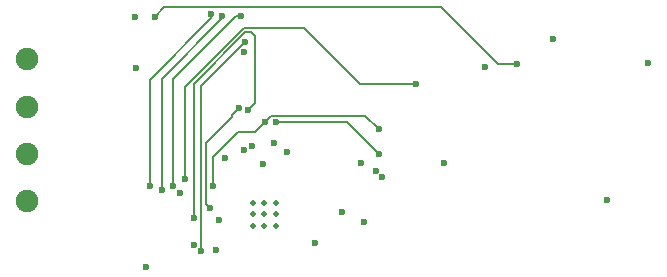
<source format=gbr>
%TF.GenerationSoftware,KiCad,Pcbnew,9.0.0*%
%TF.CreationDate,2026-02-06T13:22:11+01:00*%
%TF.ProjectId,Integrated_ACG_separate_v2,496e7465-6772-4617-9465-645f4143475f,rev?*%
%TF.SameCoordinates,Original*%
%TF.FileFunction,Copper,L2,Inr*%
%TF.FilePolarity,Positive*%
%FSLAX46Y46*%
G04 Gerber Fmt 4.6, Leading zero omitted, Abs format (unit mm)*
G04 Created by KiCad (PCBNEW 9.0.0) date 2026-02-06 13:22:11*
%MOMM*%
%LPD*%
G01*
G04 APERTURE LIST*
%TA.AperFunction,HeatsinkPad*%
%ADD10C,0.500000*%
%TD*%
%TA.AperFunction,ComponentPad*%
%ADD11C,1.905000*%
%TD*%
%TA.AperFunction,ViaPad*%
%ADD12C,0.600000*%
%TD*%
%TA.AperFunction,Conductor*%
%ADD13C,0.200000*%
%TD*%
G04 APERTURE END LIST*
D10*
%TO.N,GND*%
%TO.C,U1*%
X226600000Y-150812500D03*
X227600000Y-150812500D03*
X228600000Y-150812500D03*
X226600000Y-149812500D03*
X227600000Y-149812500D03*
X228600000Y-149812500D03*
X226600000Y-148812500D03*
X227600000Y-148812500D03*
X228600000Y-148812500D03*
%TD*%
D11*
%TO.N,GND*%
%TO.C,J1*%
X207510005Y-148679893D03*
%TO.N,/uController/LIN*%
X207510005Y-144679893D03*
%TO.N,unconnected-(J1-Pin_3-Pad3)*%
X207510005Y-140679893D03*
%TO.N,+12V*%
X207510005Y-136679893D03*
%TD*%
D12*
%TO.N,+12V*%
X217575000Y-154250000D03*
%TO.N,+5V*%
X231850000Y-152210000D03*
X216675000Y-133080000D03*
X216750000Y-137410000D03*
X220440000Y-148000000D03*
X223770000Y-150290000D03*
X225898909Y-136048909D03*
X246310000Y-137320000D03*
%TO.N,GND*%
X223460000Y-152845000D03*
X260050000Y-137030000D03*
%TO.N,/uController/RST*%
X218325000Y-133080000D03*
X249000000Y-137090000D03*
%TO.N,/uController/MOSI*%
X227660000Y-141980000D03*
X223270000Y-147380000D03*
X237260000Y-142570000D03*
%TO.N,/LED_Driver/LAT*%
X221600000Y-150150000D03*
X226180000Y-140980000D03*
%TO.N,/uController/RSTN*%
X219820000Y-147430000D03*
X225610000Y-132980000D03*
%TO.N,/uController/TX*%
X218890000Y-147760000D03*
X224020000Y-132990000D03*
%TO.N,/LED_Driver/BLANK*%
X222980000Y-149270000D03*
X225453686Y-140793000D03*
%TO.N,/uController/SCK*%
X240400000Y-138730000D03*
X220840000Y-146780000D03*
%TO.N,/uController/EN*%
X222259000Y-152931000D03*
X225940000Y-135230000D03*
%TO.N,/uController/MISO*%
X228620000Y-142000000D03*
X237280000Y-144690000D03*
%TO.N,/uController/RX*%
X217870000Y-147410000D03*
X223110000Y-132830000D03*
%TO.N,+12V*%
X221600000Y-152380000D03*
%TO.N,/LED_Driver/R0*%
X224250000Y-145040000D03*
%TO.N,/LED_Driver/B0*%
X226527528Y-143979254D03*
%TO.N,/LED_Driver/G0*%
X225900000Y-144390000D03*
%TO.N,/LED_Driver/R1*%
X227450000Y-145570000D03*
%TO.N,/LED_Driver/G1*%
X228440000Y-143740000D03*
%TO.N,/LED_Driver/B1*%
X229520000Y-144510000D03*
%TO.N,/LED_Driver/B2*%
X237570768Y-146650000D03*
%TO.N,/LED_Driver/G2*%
X237050000Y-146100000D03*
%TO.N,/LED_Driver/R2*%
X242777329Y-145450000D03*
X235750000Y-145470000D03*
%TO.N,/LED_Driver/R3*%
X256600000Y-148562500D03*
%TO.N,/LED_Driver/G3*%
X234210000Y-149620000D03*
%TO.N,/LED_Driver/B3*%
X236020000Y-150470000D03*
%TO.N,Net-(IC1-(PTCXY{slash}AIN1)_PD7)*%
X252000000Y-134926648D03*
%TD*%
D13*
%TO.N,/uController/RST*%
X247380000Y-137090000D02*
X249000000Y-137090000D01*
X242569000Y-132279000D02*
X247380000Y-137090000D01*
X218325000Y-133080000D02*
X219126000Y-132279000D01*
X219126000Y-132279000D02*
X242569000Y-132279000D01*
%TO.N,/uController/MOSI*%
X237260000Y-142570000D02*
X236139000Y-141449000D01*
X226780000Y-142860000D02*
X225320768Y-142860000D01*
X228191000Y-141449000D02*
X227660000Y-141980000D01*
X223270000Y-147380000D02*
X223270000Y-144910768D01*
X225320768Y-142860000D02*
X223270000Y-144910768D01*
X236139000Y-141449000D02*
X228191000Y-141449000D01*
X227660000Y-141980000D02*
X226780000Y-142860000D01*
%TO.N,/LED_Driver/LAT*%
X226771000Y-140389000D02*
X226771000Y-134721768D01*
X226448232Y-134399000D02*
X225991768Y-134399000D01*
X226771000Y-134721768D02*
X226448232Y-134399000D01*
X225991768Y-134399000D02*
X221600000Y-138790768D01*
X226180000Y-140980000D02*
X226771000Y-140389000D01*
X221600000Y-138790768D02*
X221600000Y-150150000D01*
%TO.N,/uController/RSTN*%
X225610000Y-132980000D02*
X225190000Y-132980000D01*
X225190000Y-132980000D02*
X219820000Y-138350000D01*
X219820000Y-138350000D02*
X219820000Y-147430000D01*
%TO.N,/uController/TX*%
X224020000Y-132990000D02*
X224020000Y-133180000D01*
X218890000Y-138310000D02*
X218890000Y-147760000D01*
X224020000Y-133180000D02*
X218890000Y-138310000D01*
%TO.N,/LED_Driver/BLANK*%
X222620000Y-143760768D02*
X222620000Y-148910000D01*
X224840000Y-141406686D02*
X224840000Y-141540768D01*
X222620000Y-148910000D02*
X222980000Y-149270000D01*
X224840000Y-141540768D02*
X222620000Y-143760768D01*
X225453686Y-140793000D02*
X224840000Y-141406686D01*
%TO.N,/uController/SCK*%
X240400000Y-138730000D02*
X235666390Y-138730000D01*
X220840000Y-139054379D02*
X225846379Y-134048000D01*
X225846379Y-134048000D02*
X230984390Y-134048000D01*
X220840000Y-146780000D02*
X220840000Y-139054379D01*
X235666390Y-138730000D02*
X230984390Y-134048000D01*
%TO.N,/uController/EN*%
X225940000Y-135230000D02*
X222259000Y-138911000D01*
X222259000Y-138911000D02*
X222259000Y-152931000D01*
%TO.N,/uController/MISO*%
X237280000Y-144690000D02*
X234590000Y-142000000D01*
X234590000Y-142000000D02*
X228620000Y-142000000D01*
%TO.N,/uController/RX*%
X217870000Y-138420000D02*
X217870000Y-147410000D01*
X223110000Y-133180000D02*
X217870000Y-138420000D01*
X223110000Y-132830000D02*
X223110000Y-133180000D01*
%TD*%
M02*

</source>
